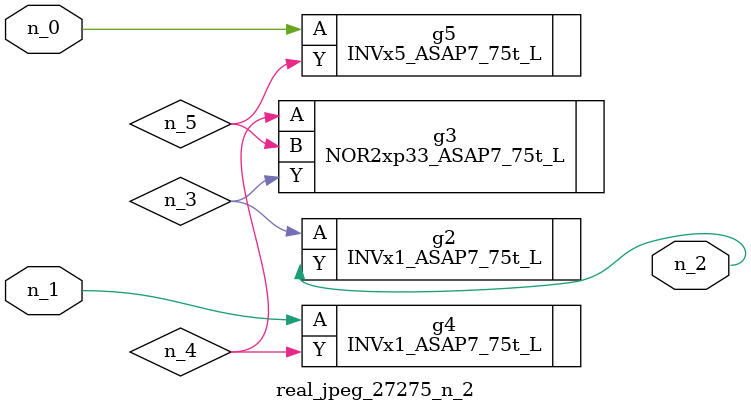
<source format=v>
module real_jpeg_27275_n_2 (n_1, n_0, n_2);

input n_1;
input n_0;

output n_2;

wire n_5;
wire n_4;
wire n_3;

INVx5_ASAP7_75t_L g5 ( 
.A(n_0),
.Y(n_5)
);

INVx1_ASAP7_75t_L g4 ( 
.A(n_1),
.Y(n_4)
);

INVx1_ASAP7_75t_L g2 ( 
.A(n_3),
.Y(n_2)
);

NOR2xp33_ASAP7_75t_L g3 ( 
.A(n_4),
.B(n_5),
.Y(n_3)
);


endmodule
</source>
